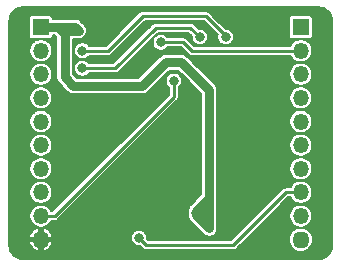
<source format=gbl>
G04 #@! TF.GenerationSoftware,KiCad,Pcbnew,(5.1.5-0-10_14)*
G04 #@! TF.CreationDate,2020-04-11T19:26:15-04:00*
G04 #@! TF.ProjectId,crazyflie-usd-spi3,6372617a-7966-46c6-9965-2d7573642d73,rev?*
G04 #@! TF.SameCoordinates,Original*
G04 #@! TF.FileFunction,Copper,L2,Bot*
G04 #@! TF.FilePolarity,Positive*
%FSLAX46Y46*%
G04 Gerber Fmt 4.6, Leading zero omitted, Abs format (unit mm)*
G04 Created by KiCad (PCBNEW (5.1.5-0-10_14)) date 2020-04-11 19:26:15*
%MOMM*%
%LPD*%
G04 APERTURE LIST*
%ADD10R,1.450000X1.440000*%
%ADD11O,1.350000X1.350000*%
%ADD12O,1.450000X1.440000*%
%ADD13C,0.800000*%
%ADD14C,0.800000*%
%ADD15C,0.250000*%
%ADD16C,0.200000*%
G04 APERTURE END LIST*
D10*
X138500000Y-59000000D03*
D11*
X138500000Y-61000000D03*
X138500000Y-63000000D03*
X138500000Y-65000000D03*
X138500000Y-67000000D03*
X138500000Y-69000000D03*
X138500000Y-71000000D03*
X138500000Y-73000000D03*
X138500000Y-75000000D03*
D12*
X138500000Y-77000000D03*
X160500000Y-77000000D03*
D11*
X160500000Y-75000000D03*
X160500000Y-73000000D03*
X160500000Y-71000000D03*
X160500000Y-69000000D03*
X160500000Y-67000000D03*
X160500000Y-65000000D03*
X160500000Y-63000000D03*
X160500000Y-61000000D03*
D10*
X160500000Y-59000000D03*
D13*
X152750000Y-73450000D03*
X151650000Y-74750000D03*
X152750000Y-76050000D03*
X150850000Y-62450000D03*
X141700000Y-59300000D03*
X151950000Y-59850000D03*
X142000000Y-62500000D03*
X149750000Y-63550000D03*
X142000000Y-61000000D03*
X154150000Y-59850000D03*
X157350000Y-59000000D03*
X154750000Y-59000000D03*
X144200000Y-58050000D03*
X147500000Y-72200000D03*
X148750000Y-70900000D03*
X150000000Y-72200000D03*
X148750000Y-73500000D03*
X154450000Y-70850000D03*
X155700000Y-72150000D03*
X154450000Y-76050000D03*
X155550000Y-74750000D03*
X154450000Y-73450000D03*
X153050000Y-62450000D03*
X153050000Y-59750000D03*
X145450000Y-62950000D03*
X136750000Y-57750000D03*
X162250000Y-57750000D03*
X136750000Y-78250000D03*
X162250000Y-78250000D03*
X151700000Y-64800000D03*
X147450000Y-58800000D03*
X149000000Y-68550000D03*
X142800000Y-74250000D03*
X147750000Y-74800000D03*
X149750000Y-74800000D03*
X148150000Y-64750000D03*
X142900000Y-59600000D03*
X148650000Y-60300000D03*
X146800000Y-76850000D03*
D14*
X151650000Y-74950000D02*
X152750000Y-76050000D01*
X151650000Y-74750000D02*
X151650000Y-74950000D01*
X151650000Y-74550000D02*
X151650000Y-74750000D01*
X152750000Y-73450000D02*
X151650000Y-74550000D01*
X152700000Y-74750000D02*
X152750000Y-74700000D01*
X151650000Y-74750000D02*
X152700000Y-74750000D01*
X152750000Y-74700000D02*
X152750000Y-73450000D01*
X152750000Y-76050000D02*
X152750000Y-74700000D01*
X152750000Y-64350000D02*
X150850000Y-62450000D01*
X152750000Y-73450000D02*
X152750000Y-64350000D01*
X147050000Y-64000000D02*
X141250000Y-64000000D01*
X150400000Y-62000000D02*
X149050000Y-62000000D01*
X139950000Y-59000000D02*
X138500000Y-59000000D01*
X141250000Y-64000000D02*
X140500000Y-63250000D01*
X149050000Y-62000000D02*
X147050000Y-64000000D01*
X140500000Y-59550000D02*
X139950000Y-59000000D01*
X150850000Y-62450000D02*
X150400000Y-62000000D01*
X140500000Y-63250000D02*
X140500000Y-59550000D01*
X140750000Y-59300000D02*
X140500000Y-59550000D01*
X141700000Y-59300000D02*
X140750000Y-59300000D01*
X141400000Y-59000000D02*
X141700000Y-59300000D01*
X139950000Y-59000000D02*
X141400000Y-59000000D01*
D15*
X148250000Y-59050000D02*
X151150000Y-59050000D01*
X144800000Y-62500000D02*
X148250000Y-59050000D01*
X151150000Y-59050000D02*
X151950000Y-59850000D01*
X142000000Y-62500000D02*
X144800000Y-62500000D01*
X139650000Y-75000000D02*
X138500000Y-75000000D01*
X149750000Y-64900000D02*
X139650000Y-75000000D01*
X149750000Y-63550000D02*
X149750000Y-64900000D01*
D14*
X138550000Y-61050000D02*
X138500000Y-61000000D01*
D15*
X144200000Y-61000000D02*
X142000000Y-61000000D01*
X147150000Y-58050000D02*
X144200000Y-61000000D01*
X152450000Y-58050000D02*
X147150000Y-58050000D01*
X154150000Y-59750000D02*
X152450000Y-58050000D01*
X154150000Y-59850000D02*
X154150000Y-59750000D01*
X150550000Y-60300000D02*
X148650000Y-60300000D01*
X151250000Y-61000000D02*
X150550000Y-60300000D01*
X160000000Y-61000000D02*
X151250000Y-61000000D01*
X159250000Y-73000000D02*
X160500000Y-73000000D01*
X154800000Y-77450000D02*
X159250000Y-73000000D01*
X146800000Y-76850000D02*
X147400000Y-77450000D01*
X147400000Y-77450000D02*
X154800000Y-77450000D01*
D16*
G36*
X162227922Y-57348906D02*
G01*
X162447165Y-57415100D01*
X162649370Y-57522614D01*
X162826847Y-57667361D01*
X162972829Y-57843824D01*
X163081754Y-58045276D01*
X163149474Y-58264047D01*
X163175001Y-58506925D01*
X163175000Y-77484104D01*
X163151094Y-77727922D01*
X163084900Y-77947166D01*
X162977386Y-78149370D01*
X162832639Y-78326847D01*
X162656176Y-78472830D01*
X162454727Y-78581753D01*
X162235958Y-78649474D01*
X161993085Y-78675000D01*
X137015896Y-78675000D01*
X136772078Y-78651094D01*
X136552834Y-78584900D01*
X136350630Y-78477386D01*
X136173153Y-78332639D01*
X136027170Y-78156176D01*
X135918247Y-77954727D01*
X135850526Y-77735958D01*
X135825000Y-77493085D01*
X135825000Y-77305982D01*
X137521977Y-77305982D01*
X137593238Y-77475938D01*
X137703416Y-77642718D01*
X137844014Y-77784799D01*
X138009629Y-77896720D01*
X138193897Y-77974181D01*
X138350000Y-77934290D01*
X138350000Y-77150000D01*
X138650000Y-77150000D01*
X138650000Y-77934290D01*
X138806103Y-77974181D01*
X138990371Y-77896720D01*
X139155986Y-77784799D01*
X139296584Y-77642718D01*
X139406762Y-77475938D01*
X139478023Y-77305982D01*
X139438019Y-77150000D01*
X138650000Y-77150000D01*
X138350000Y-77150000D01*
X137561981Y-77150000D01*
X137521977Y-77305982D01*
X135825000Y-77305982D01*
X135825000Y-76694018D01*
X137521977Y-76694018D01*
X137561981Y-76850000D01*
X138350000Y-76850000D01*
X138350000Y-76065710D01*
X138650000Y-76065710D01*
X138650000Y-76850000D01*
X139438019Y-76850000D01*
X139455700Y-76781056D01*
X146100000Y-76781056D01*
X146100000Y-76918944D01*
X146126901Y-77054182D01*
X146179668Y-77181574D01*
X146256274Y-77296224D01*
X146353776Y-77393726D01*
X146468426Y-77470332D01*
X146595818Y-77523099D01*
X146731056Y-77550000D01*
X146868944Y-77550000D01*
X146893979Y-77545020D01*
X147084721Y-77735762D01*
X147098026Y-77751974D01*
X147162740Y-77805084D01*
X147236573Y-77844548D01*
X147292383Y-77861478D01*
X147316685Y-77868850D01*
X147325098Y-77869679D01*
X147379126Y-77875000D01*
X147379132Y-77875000D01*
X147399999Y-77877055D01*
X147420866Y-77875000D01*
X154779133Y-77875000D01*
X154800000Y-77877055D01*
X154820867Y-77875000D01*
X154820874Y-77875000D01*
X154883314Y-77868850D01*
X154963427Y-77844548D01*
X155037260Y-77805084D01*
X155101974Y-77751974D01*
X155115284Y-77735756D01*
X155851040Y-77000000D01*
X159470065Y-77000000D01*
X159489759Y-77199955D01*
X159548084Y-77392226D01*
X159642798Y-77569423D01*
X159770262Y-77724738D01*
X159925577Y-77852202D01*
X160102774Y-77946916D01*
X160295045Y-78005241D01*
X160444894Y-78020000D01*
X160555106Y-78020000D01*
X160704955Y-78005241D01*
X160897226Y-77946916D01*
X161074423Y-77852202D01*
X161229738Y-77724738D01*
X161357202Y-77569423D01*
X161451916Y-77392226D01*
X161510241Y-77199955D01*
X161529935Y-77000000D01*
X161510241Y-76800045D01*
X161451916Y-76607774D01*
X161357202Y-76430577D01*
X161229738Y-76275262D01*
X161074423Y-76147798D01*
X160897226Y-76053084D01*
X160704955Y-75994759D01*
X160555106Y-75980000D01*
X160444894Y-75980000D01*
X160295045Y-75994759D01*
X160102774Y-76053084D01*
X159925577Y-76147798D01*
X159770262Y-76275262D01*
X159642798Y-76430577D01*
X159548084Y-76607774D01*
X159489759Y-76800045D01*
X159470065Y-77000000D01*
X155851040Y-77000000D01*
X157947069Y-74903971D01*
X159525000Y-74903971D01*
X159525000Y-75096029D01*
X159562468Y-75284397D01*
X159635966Y-75461836D01*
X159742668Y-75621527D01*
X159878473Y-75757332D01*
X160038164Y-75864034D01*
X160215603Y-75937532D01*
X160403971Y-75975000D01*
X160596029Y-75975000D01*
X160784397Y-75937532D01*
X160961836Y-75864034D01*
X161121527Y-75757332D01*
X161257332Y-75621527D01*
X161364034Y-75461836D01*
X161437532Y-75284397D01*
X161475000Y-75096029D01*
X161475000Y-74903971D01*
X161437532Y-74715603D01*
X161364034Y-74538164D01*
X161257332Y-74378473D01*
X161121527Y-74242668D01*
X160961836Y-74135966D01*
X160784397Y-74062468D01*
X160596029Y-74025000D01*
X160403971Y-74025000D01*
X160215603Y-74062468D01*
X160038164Y-74135966D01*
X159878473Y-74242668D01*
X159742668Y-74378473D01*
X159635966Y-74538164D01*
X159562468Y-74715603D01*
X159525000Y-74903971D01*
X157947069Y-74903971D01*
X159426041Y-73425000D01*
X159620708Y-73425000D01*
X159635966Y-73461836D01*
X159742668Y-73621527D01*
X159878473Y-73757332D01*
X160038164Y-73864034D01*
X160215603Y-73937532D01*
X160403971Y-73975000D01*
X160596029Y-73975000D01*
X160784397Y-73937532D01*
X160961836Y-73864034D01*
X161121527Y-73757332D01*
X161257332Y-73621527D01*
X161364034Y-73461836D01*
X161437532Y-73284397D01*
X161475000Y-73096029D01*
X161475000Y-72903971D01*
X161437532Y-72715603D01*
X161364034Y-72538164D01*
X161257332Y-72378473D01*
X161121527Y-72242668D01*
X160961836Y-72135966D01*
X160784397Y-72062468D01*
X160596029Y-72025000D01*
X160403971Y-72025000D01*
X160215603Y-72062468D01*
X160038164Y-72135966D01*
X159878473Y-72242668D01*
X159742668Y-72378473D01*
X159635966Y-72538164D01*
X159620708Y-72575000D01*
X159270866Y-72575000D01*
X159249999Y-72572945D01*
X159229132Y-72575000D01*
X159229126Y-72575000D01*
X159175098Y-72580321D01*
X159166685Y-72581150D01*
X159142383Y-72588522D01*
X159086573Y-72605452D01*
X159012740Y-72644916D01*
X158948026Y-72698026D01*
X158934721Y-72714238D01*
X154623960Y-77025000D01*
X147576041Y-77025000D01*
X147495020Y-76943979D01*
X147500000Y-76918944D01*
X147500000Y-76781056D01*
X147473099Y-76645818D01*
X147420332Y-76518426D01*
X147343726Y-76403776D01*
X147246224Y-76306274D01*
X147131574Y-76229668D01*
X147004182Y-76176901D01*
X146868944Y-76150000D01*
X146731056Y-76150000D01*
X146595818Y-76176901D01*
X146468426Y-76229668D01*
X146353776Y-76306274D01*
X146256274Y-76403776D01*
X146179668Y-76518426D01*
X146126901Y-76645818D01*
X146100000Y-76781056D01*
X139455700Y-76781056D01*
X139478023Y-76694018D01*
X139406762Y-76524062D01*
X139296584Y-76357282D01*
X139155986Y-76215201D01*
X138990371Y-76103280D01*
X138806103Y-76025819D01*
X138650000Y-76065710D01*
X138350000Y-76065710D01*
X138193897Y-76025819D01*
X138009629Y-76103280D01*
X137844014Y-76215201D01*
X137703416Y-76357282D01*
X137593238Y-76524062D01*
X137521977Y-76694018D01*
X135825000Y-76694018D01*
X135825000Y-74903971D01*
X137525000Y-74903971D01*
X137525000Y-75096029D01*
X137562468Y-75284397D01*
X137635966Y-75461836D01*
X137742668Y-75621527D01*
X137878473Y-75757332D01*
X138038164Y-75864034D01*
X138215603Y-75937532D01*
X138403971Y-75975000D01*
X138596029Y-75975000D01*
X138784397Y-75937532D01*
X138961836Y-75864034D01*
X139121527Y-75757332D01*
X139257332Y-75621527D01*
X139364034Y-75461836D01*
X139379292Y-75425000D01*
X139629133Y-75425000D01*
X139650000Y-75427055D01*
X139670867Y-75425000D01*
X139670874Y-75425000D01*
X139733314Y-75418850D01*
X139813427Y-75394548D01*
X139887260Y-75355084D01*
X139951974Y-75301974D01*
X139965284Y-75285756D01*
X150035762Y-65215279D01*
X150051974Y-65201974D01*
X150105084Y-65137260D01*
X150144548Y-65063427D01*
X150168850Y-64983314D01*
X150175000Y-64920874D01*
X150175000Y-64920867D01*
X150177055Y-64900000D01*
X150175000Y-64879133D01*
X150175000Y-64107907D01*
X150196224Y-64093726D01*
X150293726Y-63996224D01*
X150370332Y-63881574D01*
X150423099Y-63754182D01*
X150450000Y-63618944D01*
X150450000Y-63481056D01*
X150423099Y-63345818D01*
X150370332Y-63218426D01*
X150293726Y-63103776D01*
X150196224Y-63006274D01*
X150081574Y-62929668D01*
X149954182Y-62876901D01*
X149818944Y-62850000D01*
X149681056Y-62850000D01*
X149545818Y-62876901D01*
X149418426Y-62929668D01*
X149303776Y-63006274D01*
X149206274Y-63103776D01*
X149129668Y-63218426D01*
X149076901Y-63345818D01*
X149050000Y-63481056D01*
X149050000Y-63618944D01*
X149076901Y-63754182D01*
X149129668Y-63881574D01*
X149206274Y-63996224D01*
X149303776Y-64093726D01*
X149325000Y-64107908D01*
X149325001Y-64723958D01*
X139473960Y-74575000D01*
X139379292Y-74575000D01*
X139364034Y-74538164D01*
X139257332Y-74378473D01*
X139121527Y-74242668D01*
X138961836Y-74135966D01*
X138784397Y-74062468D01*
X138596029Y-74025000D01*
X138403971Y-74025000D01*
X138215603Y-74062468D01*
X138038164Y-74135966D01*
X137878473Y-74242668D01*
X137742668Y-74378473D01*
X137635966Y-74538164D01*
X137562468Y-74715603D01*
X137525000Y-74903971D01*
X135825000Y-74903971D01*
X135825000Y-72903971D01*
X137525000Y-72903971D01*
X137525000Y-73096029D01*
X137562468Y-73284397D01*
X137635966Y-73461836D01*
X137742668Y-73621527D01*
X137878473Y-73757332D01*
X138038164Y-73864034D01*
X138215603Y-73937532D01*
X138403971Y-73975000D01*
X138596029Y-73975000D01*
X138784397Y-73937532D01*
X138961836Y-73864034D01*
X139121527Y-73757332D01*
X139257332Y-73621527D01*
X139364034Y-73461836D01*
X139437532Y-73284397D01*
X139475000Y-73096029D01*
X139475000Y-72903971D01*
X139437532Y-72715603D01*
X139364034Y-72538164D01*
X139257332Y-72378473D01*
X139121527Y-72242668D01*
X138961836Y-72135966D01*
X138784397Y-72062468D01*
X138596029Y-72025000D01*
X138403971Y-72025000D01*
X138215603Y-72062468D01*
X138038164Y-72135966D01*
X137878473Y-72242668D01*
X137742668Y-72378473D01*
X137635966Y-72538164D01*
X137562468Y-72715603D01*
X137525000Y-72903971D01*
X135825000Y-72903971D01*
X135825000Y-70903971D01*
X137525000Y-70903971D01*
X137525000Y-71096029D01*
X137562468Y-71284397D01*
X137635966Y-71461836D01*
X137742668Y-71621527D01*
X137878473Y-71757332D01*
X138038164Y-71864034D01*
X138215603Y-71937532D01*
X138403971Y-71975000D01*
X138596029Y-71975000D01*
X138784397Y-71937532D01*
X138961836Y-71864034D01*
X139121527Y-71757332D01*
X139257332Y-71621527D01*
X139364034Y-71461836D01*
X139437532Y-71284397D01*
X139475000Y-71096029D01*
X139475000Y-70903971D01*
X139437532Y-70715603D01*
X139364034Y-70538164D01*
X139257332Y-70378473D01*
X139121527Y-70242668D01*
X138961836Y-70135966D01*
X138784397Y-70062468D01*
X138596029Y-70025000D01*
X138403971Y-70025000D01*
X138215603Y-70062468D01*
X138038164Y-70135966D01*
X137878473Y-70242668D01*
X137742668Y-70378473D01*
X137635966Y-70538164D01*
X137562468Y-70715603D01*
X137525000Y-70903971D01*
X135825000Y-70903971D01*
X135825000Y-68903971D01*
X137525000Y-68903971D01*
X137525000Y-69096029D01*
X137562468Y-69284397D01*
X137635966Y-69461836D01*
X137742668Y-69621527D01*
X137878473Y-69757332D01*
X138038164Y-69864034D01*
X138215603Y-69937532D01*
X138403971Y-69975000D01*
X138596029Y-69975000D01*
X138784397Y-69937532D01*
X138961836Y-69864034D01*
X139121527Y-69757332D01*
X139257332Y-69621527D01*
X139364034Y-69461836D01*
X139437532Y-69284397D01*
X139475000Y-69096029D01*
X139475000Y-68903971D01*
X139437532Y-68715603D01*
X139364034Y-68538164D01*
X139257332Y-68378473D01*
X139121527Y-68242668D01*
X138961836Y-68135966D01*
X138784397Y-68062468D01*
X138596029Y-68025000D01*
X138403971Y-68025000D01*
X138215603Y-68062468D01*
X138038164Y-68135966D01*
X137878473Y-68242668D01*
X137742668Y-68378473D01*
X137635966Y-68538164D01*
X137562468Y-68715603D01*
X137525000Y-68903971D01*
X135825000Y-68903971D01*
X135825000Y-66903971D01*
X137525000Y-66903971D01*
X137525000Y-67096029D01*
X137562468Y-67284397D01*
X137635966Y-67461836D01*
X137742668Y-67621527D01*
X137878473Y-67757332D01*
X138038164Y-67864034D01*
X138215603Y-67937532D01*
X138403971Y-67975000D01*
X138596029Y-67975000D01*
X138784397Y-67937532D01*
X138961836Y-67864034D01*
X139121527Y-67757332D01*
X139257332Y-67621527D01*
X139364034Y-67461836D01*
X139437532Y-67284397D01*
X139475000Y-67096029D01*
X139475000Y-66903971D01*
X139437532Y-66715603D01*
X139364034Y-66538164D01*
X139257332Y-66378473D01*
X139121527Y-66242668D01*
X138961836Y-66135966D01*
X138784397Y-66062468D01*
X138596029Y-66025000D01*
X138403971Y-66025000D01*
X138215603Y-66062468D01*
X138038164Y-66135966D01*
X137878473Y-66242668D01*
X137742668Y-66378473D01*
X137635966Y-66538164D01*
X137562468Y-66715603D01*
X137525000Y-66903971D01*
X135825000Y-66903971D01*
X135825000Y-64903971D01*
X137525000Y-64903971D01*
X137525000Y-65096029D01*
X137562468Y-65284397D01*
X137635966Y-65461836D01*
X137742668Y-65621527D01*
X137878473Y-65757332D01*
X138038164Y-65864034D01*
X138215603Y-65937532D01*
X138403971Y-65975000D01*
X138596029Y-65975000D01*
X138784397Y-65937532D01*
X138961836Y-65864034D01*
X139121527Y-65757332D01*
X139257332Y-65621527D01*
X139364034Y-65461836D01*
X139437532Y-65284397D01*
X139475000Y-65096029D01*
X139475000Y-64903971D01*
X139437532Y-64715603D01*
X139364034Y-64538164D01*
X139257332Y-64378473D01*
X139121527Y-64242668D01*
X138961836Y-64135966D01*
X138784397Y-64062468D01*
X138596029Y-64025000D01*
X138403971Y-64025000D01*
X138215603Y-64062468D01*
X138038164Y-64135966D01*
X137878473Y-64242668D01*
X137742668Y-64378473D01*
X137635966Y-64538164D01*
X137562468Y-64715603D01*
X137525000Y-64903971D01*
X135825000Y-64903971D01*
X135825000Y-62903971D01*
X137525000Y-62903971D01*
X137525000Y-63096029D01*
X137562468Y-63284397D01*
X137635966Y-63461836D01*
X137742668Y-63621527D01*
X137878473Y-63757332D01*
X138038164Y-63864034D01*
X138215603Y-63937532D01*
X138403971Y-63975000D01*
X138596029Y-63975000D01*
X138784397Y-63937532D01*
X138961836Y-63864034D01*
X139121527Y-63757332D01*
X139257332Y-63621527D01*
X139364034Y-63461836D01*
X139437532Y-63284397D01*
X139475000Y-63096029D01*
X139475000Y-62903971D01*
X139437532Y-62715603D01*
X139364034Y-62538164D01*
X139257332Y-62378473D01*
X139121527Y-62242668D01*
X138961836Y-62135966D01*
X138784397Y-62062468D01*
X138596029Y-62025000D01*
X138403971Y-62025000D01*
X138215603Y-62062468D01*
X138038164Y-62135966D01*
X137878473Y-62242668D01*
X137742668Y-62378473D01*
X137635966Y-62538164D01*
X137562468Y-62715603D01*
X137525000Y-62903971D01*
X135825000Y-62903971D01*
X135825000Y-60903971D01*
X137525000Y-60903971D01*
X137525000Y-61096029D01*
X137562468Y-61284397D01*
X137635966Y-61461836D01*
X137742668Y-61621527D01*
X137878473Y-61757332D01*
X138038164Y-61864034D01*
X138215603Y-61937532D01*
X138403971Y-61975000D01*
X138596029Y-61975000D01*
X138784397Y-61937532D01*
X138961836Y-61864034D01*
X139121527Y-61757332D01*
X139257332Y-61621527D01*
X139364034Y-61461836D01*
X139437532Y-61284397D01*
X139475000Y-61096029D01*
X139475000Y-60903971D01*
X139437532Y-60715603D01*
X139364034Y-60538164D01*
X139257332Y-60378473D01*
X139121527Y-60242668D01*
X138961836Y-60135966D01*
X138784397Y-60062468D01*
X138596029Y-60025000D01*
X138403971Y-60025000D01*
X138215603Y-60062468D01*
X138038164Y-60135966D01*
X137878473Y-60242668D01*
X137742668Y-60378473D01*
X137635966Y-60538164D01*
X137562468Y-60715603D01*
X137525000Y-60903971D01*
X135825000Y-60903971D01*
X135825000Y-58515896D01*
X135848129Y-58280000D01*
X137473549Y-58280000D01*
X137473549Y-59720000D01*
X137479341Y-59778810D01*
X137496496Y-59835360D01*
X137524353Y-59887477D01*
X137561842Y-59933158D01*
X137607523Y-59970647D01*
X137659640Y-59998504D01*
X137716190Y-60015659D01*
X137775000Y-60021451D01*
X139225000Y-60021451D01*
X139283810Y-60015659D01*
X139340360Y-59998504D01*
X139392477Y-59970647D01*
X139438158Y-59933158D01*
X139475647Y-59887477D01*
X139503504Y-59835360D01*
X139520659Y-59778810D01*
X139526451Y-59720000D01*
X139526451Y-59700000D01*
X139660051Y-59700000D01*
X139800001Y-59839950D01*
X139800000Y-63215613D01*
X139796613Y-63250000D01*
X139800000Y-63284387D01*
X139800000Y-63284389D01*
X139810128Y-63387223D01*
X139850155Y-63519174D01*
X139915155Y-63640781D01*
X139980708Y-63720657D01*
X140002630Y-63747369D01*
X140029342Y-63769291D01*
X140730708Y-64470658D01*
X140752630Y-64497370D01*
X140779341Y-64519291D01*
X140779342Y-64519292D01*
X140859218Y-64584845D01*
X140980825Y-64649845D01*
X141112776Y-64689872D01*
X141215610Y-64700000D01*
X141215612Y-64700000D01*
X141249999Y-64703387D01*
X141284386Y-64700000D01*
X147015613Y-64700000D01*
X147050000Y-64703387D01*
X147084387Y-64700000D01*
X147084390Y-64700000D01*
X147187224Y-64689872D01*
X147319175Y-64649845D01*
X147440781Y-64584845D01*
X147547370Y-64497370D01*
X147569296Y-64470653D01*
X149339950Y-62700000D01*
X150110051Y-62700000D01*
X150306272Y-62896221D01*
X150306274Y-62896224D01*
X150403776Y-62993726D01*
X150403779Y-62993728D01*
X152050001Y-64639951D01*
X152050000Y-73160050D01*
X151179343Y-74030708D01*
X151152630Y-74052631D01*
X151130709Y-74079342D01*
X151130708Y-74079343D01*
X151065155Y-74159219D01*
X151011218Y-74260129D01*
X151000155Y-74280826D01*
X150960128Y-74412777D01*
X150953426Y-74480826D01*
X150946613Y-74550000D01*
X150950000Y-74584387D01*
X150950000Y-74715610D01*
X150946613Y-74750000D01*
X150950000Y-74784389D01*
X150950000Y-74915613D01*
X150946613Y-74950000D01*
X150950000Y-74984387D01*
X150950000Y-74984390D01*
X150960128Y-75087224D01*
X151000155Y-75219175D01*
X151065155Y-75340781D01*
X151152631Y-75447370D01*
X151179342Y-75469291D01*
X152206274Y-76496224D01*
X152230713Y-76520663D01*
X152252630Y-76547369D01*
X152279337Y-76569287D01*
X152303776Y-76593726D01*
X152332504Y-76612921D01*
X152359218Y-76634845D01*
X152389699Y-76651137D01*
X152418426Y-76670332D01*
X152450346Y-76683554D01*
X152480825Y-76699845D01*
X152513900Y-76709878D01*
X152545818Y-76723099D01*
X152579702Y-76729839D01*
X152612776Y-76739872D01*
X152647169Y-76743259D01*
X152681056Y-76750000D01*
X152715610Y-76750000D01*
X152750000Y-76753387D01*
X152784390Y-76750000D01*
X152818944Y-76750000D01*
X152852832Y-76743259D01*
X152887223Y-76739872D01*
X152920295Y-76729840D01*
X152954182Y-76723099D01*
X152986103Y-76709877D01*
X153019174Y-76699845D01*
X153049650Y-76683555D01*
X153081574Y-76670332D01*
X153110305Y-76651135D01*
X153140781Y-76634845D01*
X153167489Y-76612926D01*
X153196224Y-76593726D01*
X153220663Y-76569287D01*
X153247369Y-76547370D01*
X153269287Y-76520663D01*
X153293726Y-76496224D01*
X153312925Y-76467490D01*
X153334845Y-76440781D01*
X153351135Y-76410304D01*
X153370332Y-76381574D01*
X153383554Y-76349654D01*
X153399845Y-76319175D01*
X153409878Y-76286100D01*
X153423099Y-76254182D01*
X153429839Y-76220298D01*
X153439872Y-76187224D01*
X153443259Y-76152831D01*
X153450000Y-76118944D01*
X153450000Y-76084387D01*
X153453387Y-76050000D01*
X153450000Y-76015613D01*
X153450000Y-74734387D01*
X153453387Y-74700000D01*
X153450000Y-74665610D01*
X153450000Y-73484387D01*
X153453387Y-73450000D01*
X153450000Y-73415610D01*
X153450000Y-70903971D01*
X159525000Y-70903971D01*
X159525000Y-71096029D01*
X159562468Y-71284397D01*
X159635966Y-71461836D01*
X159742668Y-71621527D01*
X159878473Y-71757332D01*
X160038164Y-71864034D01*
X160215603Y-71937532D01*
X160403971Y-71975000D01*
X160596029Y-71975000D01*
X160784397Y-71937532D01*
X160961836Y-71864034D01*
X161121527Y-71757332D01*
X161257332Y-71621527D01*
X161364034Y-71461836D01*
X161437532Y-71284397D01*
X161475000Y-71096029D01*
X161475000Y-70903971D01*
X161437532Y-70715603D01*
X161364034Y-70538164D01*
X161257332Y-70378473D01*
X161121527Y-70242668D01*
X160961836Y-70135966D01*
X160784397Y-70062468D01*
X160596029Y-70025000D01*
X160403971Y-70025000D01*
X160215603Y-70062468D01*
X160038164Y-70135966D01*
X159878473Y-70242668D01*
X159742668Y-70378473D01*
X159635966Y-70538164D01*
X159562468Y-70715603D01*
X159525000Y-70903971D01*
X153450000Y-70903971D01*
X153450000Y-68903971D01*
X159525000Y-68903971D01*
X159525000Y-69096029D01*
X159562468Y-69284397D01*
X159635966Y-69461836D01*
X159742668Y-69621527D01*
X159878473Y-69757332D01*
X160038164Y-69864034D01*
X160215603Y-69937532D01*
X160403971Y-69975000D01*
X160596029Y-69975000D01*
X160784397Y-69937532D01*
X160961836Y-69864034D01*
X161121527Y-69757332D01*
X161257332Y-69621527D01*
X161364034Y-69461836D01*
X161437532Y-69284397D01*
X161475000Y-69096029D01*
X161475000Y-68903971D01*
X161437532Y-68715603D01*
X161364034Y-68538164D01*
X161257332Y-68378473D01*
X161121527Y-68242668D01*
X160961836Y-68135966D01*
X160784397Y-68062468D01*
X160596029Y-68025000D01*
X160403971Y-68025000D01*
X160215603Y-68062468D01*
X160038164Y-68135966D01*
X159878473Y-68242668D01*
X159742668Y-68378473D01*
X159635966Y-68538164D01*
X159562468Y-68715603D01*
X159525000Y-68903971D01*
X153450000Y-68903971D01*
X153450000Y-66903971D01*
X159525000Y-66903971D01*
X159525000Y-67096029D01*
X159562468Y-67284397D01*
X159635966Y-67461836D01*
X159742668Y-67621527D01*
X159878473Y-67757332D01*
X160038164Y-67864034D01*
X160215603Y-67937532D01*
X160403971Y-67975000D01*
X160596029Y-67975000D01*
X160784397Y-67937532D01*
X160961836Y-67864034D01*
X161121527Y-67757332D01*
X161257332Y-67621527D01*
X161364034Y-67461836D01*
X161437532Y-67284397D01*
X161475000Y-67096029D01*
X161475000Y-66903971D01*
X161437532Y-66715603D01*
X161364034Y-66538164D01*
X161257332Y-66378473D01*
X161121527Y-66242668D01*
X160961836Y-66135966D01*
X160784397Y-66062468D01*
X160596029Y-66025000D01*
X160403971Y-66025000D01*
X160215603Y-66062468D01*
X160038164Y-66135966D01*
X159878473Y-66242668D01*
X159742668Y-66378473D01*
X159635966Y-66538164D01*
X159562468Y-66715603D01*
X159525000Y-66903971D01*
X153450000Y-66903971D01*
X153450000Y-64903971D01*
X159525000Y-64903971D01*
X159525000Y-65096029D01*
X159562468Y-65284397D01*
X159635966Y-65461836D01*
X159742668Y-65621527D01*
X159878473Y-65757332D01*
X160038164Y-65864034D01*
X160215603Y-65937532D01*
X160403971Y-65975000D01*
X160596029Y-65975000D01*
X160784397Y-65937532D01*
X160961836Y-65864034D01*
X161121527Y-65757332D01*
X161257332Y-65621527D01*
X161364034Y-65461836D01*
X161437532Y-65284397D01*
X161475000Y-65096029D01*
X161475000Y-64903971D01*
X161437532Y-64715603D01*
X161364034Y-64538164D01*
X161257332Y-64378473D01*
X161121527Y-64242668D01*
X160961836Y-64135966D01*
X160784397Y-64062468D01*
X160596029Y-64025000D01*
X160403971Y-64025000D01*
X160215603Y-64062468D01*
X160038164Y-64135966D01*
X159878473Y-64242668D01*
X159742668Y-64378473D01*
X159635966Y-64538164D01*
X159562468Y-64715603D01*
X159525000Y-64903971D01*
X153450000Y-64903971D01*
X153450000Y-64384387D01*
X153453387Y-64350000D01*
X153450000Y-64315610D01*
X153439872Y-64212776D01*
X153399845Y-64080825D01*
X153334845Y-63959219D01*
X153247370Y-63852630D01*
X153220658Y-63830709D01*
X152293920Y-62903971D01*
X159525000Y-62903971D01*
X159525000Y-63096029D01*
X159562468Y-63284397D01*
X159635966Y-63461836D01*
X159742668Y-63621527D01*
X159878473Y-63757332D01*
X160038164Y-63864034D01*
X160215603Y-63937532D01*
X160403971Y-63975000D01*
X160596029Y-63975000D01*
X160784397Y-63937532D01*
X160961836Y-63864034D01*
X161121527Y-63757332D01*
X161257332Y-63621527D01*
X161364034Y-63461836D01*
X161437532Y-63284397D01*
X161475000Y-63096029D01*
X161475000Y-62903971D01*
X161437532Y-62715603D01*
X161364034Y-62538164D01*
X161257332Y-62378473D01*
X161121527Y-62242668D01*
X160961836Y-62135966D01*
X160784397Y-62062468D01*
X160596029Y-62025000D01*
X160403971Y-62025000D01*
X160215603Y-62062468D01*
X160038164Y-62135966D01*
X159878473Y-62242668D01*
X159742668Y-62378473D01*
X159635966Y-62538164D01*
X159562468Y-62715603D01*
X159525000Y-62903971D01*
X152293920Y-62903971D01*
X151393728Y-62003779D01*
X151393726Y-62003776D01*
X151296224Y-61906274D01*
X151296221Y-61906272D01*
X150919296Y-61529347D01*
X150897370Y-61502630D01*
X150790781Y-61415155D01*
X150669175Y-61350155D01*
X150537224Y-61310128D01*
X150434390Y-61300000D01*
X150434387Y-61300000D01*
X150400000Y-61296613D01*
X150365613Y-61300000D01*
X149084386Y-61300000D01*
X149049999Y-61296613D01*
X149015612Y-61300000D01*
X149015610Y-61300000D01*
X148912776Y-61310128D01*
X148780825Y-61350155D01*
X148659218Y-61415155D01*
X148591589Y-61470657D01*
X148552630Y-61502630D01*
X148530709Y-61529342D01*
X146760051Y-63300000D01*
X141539950Y-63300000D01*
X141200000Y-62960051D01*
X141200000Y-62431056D01*
X141300000Y-62431056D01*
X141300000Y-62568944D01*
X141326901Y-62704182D01*
X141379668Y-62831574D01*
X141456274Y-62946224D01*
X141553776Y-63043726D01*
X141668426Y-63120332D01*
X141795818Y-63173099D01*
X141931056Y-63200000D01*
X142068944Y-63200000D01*
X142204182Y-63173099D01*
X142331574Y-63120332D01*
X142446224Y-63043726D01*
X142543726Y-62946224D01*
X142557907Y-62925000D01*
X144779133Y-62925000D01*
X144800000Y-62927055D01*
X144820867Y-62925000D01*
X144820874Y-62925000D01*
X144883314Y-62918850D01*
X144963427Y-62894548D01*
X145037260Y-62855084D01*
X145101974Y-62801974D01*
X145115283Y-62785757D01*
X147669984Y-60231056D01*
X147950000Y-60231056D01*
X147950000Y-60368944D01*
X147976901Y-60504182D01*
X148029668Y-60631574D01*
X148106274Y-60746224D01*
X148203776Y-60843726D01*
X148318426Y-60920332D01*
X148445818Y-60973099D01*
X148581056Y-61000000D01*
X148718944Y-61000000D01*
X148854182Y-60973099D01*
X148981574Y-60920332D01*
X149096224Y-60843726D01*
X149193726Y-60746224D01*
X149207907Y-60725000D01*
X150373960Y-60725000D01*
X150934721Y-61285762D01*
X150948026Y-61301974D01*
X151012740Y-61355084D01*
X151086573Y-61394548D01*
X151142383Y-61411478D01*
X151166685Y-61418850D01*
X151175098Y-61419679D01*
X151229126Y-61425000D01*
X151229132Y-61425000D01*
X151249999Y-61427055D01*
X151270866Y-61425000D01*
X159620708Y-61425000D01*
X159635966Y-61461836D01*
X159742668Y-61621527D01*
X159878473Y-61757332D01*
X160038164Y-61864034D01*
X160215603Y-61937532D01*
X160403971Y-61975000D01*
X160596029Y-61975000D01*
X160784397Y-61937532D01*
X160961836Y-61864034D01*
X161121527Y-61757332D01*
X161257332Y-61621527D01*
X161364034Y-61461836D01*
X161437532Y-61284397D01*
X161475000Y-61096029D01*
X161475000Y-60903971D01*
X161437532Y-60715603D01*
X161364034Y-60538164D01*
X161257332Y-60378473D01*
X161121527Y-60242668D01*
X160961836Y-60135966D01*
X160784397Y-60062468D01*
X160596029Y-60025000D01*
X160403971Y-60025000D01*
X160215603Y-60062468D01*
X160038164Y-60135966D01*
X159878473Y-60242668D01*
X159742668Y-60378473D01*
X159635966Y-60538164D01*
X159620708Y-60575000D01*
X151426041Y-60575000D01*
X150865283Y-60014243D01*
X150851974Y-59998026D01*
X150787260Y-59944916D01*
X150713427Y-59905452D01*
X150633314Y-59881150D01*
X150570874Y-59875000D01*
X150570867Y-59875000D01*
X150550000Y-59872945D01*
X150529133Y-59875000D01*
X149207907Y-59875000D01*
X149193726Y-59853776D01*
X149096224Y-59756274D01*
X148981574Y-59679668D01*
X148854182Y-59626901D01*
X148718944Y-59600000D01*
X148581056Y-59600000D01*
X148445818Y-59626901D01*
X148318426Y-59679668D01*
X148203776Y-59756274D01*
X148106274Y-59853776D01*
X148029668Y-59968426D01*
X147976901Y-60095818D01*
X147950000Y-60231056D01*
X147669984Y-60231056D01*
X148426041Y-59475000D01*
X150973960Y-59475000D01*
X151254980Y-59756020D01*
X151250000Y-59781056D01*
X151250000Y-59918944D01*
X151276901Y-60054182D01*
X151329668Y-60181574D01*
X151406274Y-60296224D01*
X151503776Y-60393726D01*
X151618426Y-60470332D01*
X151745818Y-60523099D01*
X151881056Y-60550000D01*
X152018944Y-60550000D01*
X152154182Y-60523099D01*
X152281574Y-60470332D01*
X152396224Y-60393726D01*
X152493726Y-60296224D01*
X152570332Y-60181574D01*
X152623099Y-60054182D01*
X152650000Y-59918944D01*
X152650000Y-59781056D01*
X152623099Y-59645818D01*
X152570332Y-59518426D01*
X152493726Y-59403776D01*
X152396224Y-59306274D01*
X152281574Y-59229668D01*
X152154182Y-59176901D01*
X152018944Y-59150000D01*
X151881056Y-59150000D01*
X151856020Y-59154980D01*
X151465283Y-58764243D01*
X151451974Y-58748026D01*
X151387260Y-58694916D01*
X151313427Y-58655452D01*
X151233314Y-58631150D01*
X151170874Y-58625000D01*
X151170867Y-58625000D01*
X151150000Y-58622945D01*
X151129133Y-58625000D01*
X148270867Y-58625000D01*
X148250000Y-58622945D01*
X148229133Y-58625000D01*
X148229126Y-58625000D01*
X148174327Y-58630397D01*
X148166685Y-58631150D01*
X148086572Y-58655452D01*
X148060855Y-58669199D01*
X148012740Y-58694916D01*
X147948026Y-58748026D01*
X147934721Y-58764238D01*
X144623960Y-62075000D01*
X142557907Y-62075000D01*
X142543726Y-62053776D01*
X142446224Y-61956274D01*
X142331574Y-61879668D01*
X142204182Y-61826901D01*
X142068944Y-61800000D01*
X141931056Y-61800000D01*
X141795818Y-61826901D01*
X141668426Y-61879668D01*
X141553776Y-61956274D01*
X141456274Y-62053776D01*
X141379668Y-62168426D01*
X141326901Y-62295818D01*
X141300000Y-62431056D01*
X141200000Y-62431056D01*
X141200000Y-60931056D01*
X141300000Y-60931056D01*
X141300000Y-61068944D01*
X141326901Y-61204182D01*
X141379668Y-61331574D01*
X141456274Y-61446224D01*
X141553776Y-61543726D01*
X141668426Y-61620332D01*
X141795818Y-61673099D01*
X141931056Y-61700000D01*
X142068944Y-61700000D01*
X142204182Y-61673099D01*
X142331574Y-61620332D01*
X142446224Y-61543726D01*
X142543726Y-61446224D01*
X142557907Y-61425000D01*
X144179133Y-61425000D01*
X144200000Y-61427055D01*
X144220867Y-61425000D01*
X144220874Y-61425000D01*
X144283314Y-61418850D01*
X144363427Y-61394548D01*
X144437260Y-61355084D01*
X144501974Y-61301974D01*
X144515283Y-61285757D01*
X147326041Y-58475000D01*
X152273960Y-58475000D01*
X153471571Y-59672612D01*
X153450000Y-59781056D01*
X153450000Y-59918944D01*
X153476901Y-60054182D01*
X153529668Y-60181574D01*
X153606274Y-60296224D01*
X153703776Y-60393726D01*
X153818426Y-60470332D01*
X153945818Y-60523099D01*
X154081056Y-60550000D01*
X154218944Y-60550000D01*
X154354182Y-60523099D01*
X154481574Y-60470332D01*
X154596224Y-60393726D01*
X154693726Y-60296224D01*
X154770332Y-60181574D01*
X154823099Y-60054182D01*
X154850000Y-59918944D01*
X154850000Y-59781056D01*
X154823099Y-59645818D01*
X154770332Y-59518426D01*
X154693726Y-59403776D01*
X154596224Y-59306274D01*
X154481574Y-59229668D01*
X154354182Y-59176901D01*
X154218944Y-59150000D01*
X154151041Y-59150000D01*
X153281041Y-58280000D01*
X159473549Y-58280000D01*
X159473549Y-59720000D01*
X159479341Y-59778810D01*
X159496496Y-59835360D01*
X159524353Y-59887477D01*
X159561842Y-59933158D01*
X159607523Y-59970647D01*
X159659640Y-59998504D01*
X159716190Y-60015659D01*
X159775000Y-60021451D01*
X161225000Y-60021451D01*
X161283810Y-60015659D01*
X161340360Y-59998504D01*
X161392477Y-59970647D01*
X161438158Y-59933158D01*
X161475647Y-59887477D01*
X161503504Y-59835360D01*
X161520659Y-59778810D01*
X161526451Y-59720000D01*
X161526451Y-58280000D01*
X161520659Y-58221190D01*
X161503504Y-58164640D01*
X161475647Y-58112523D01*
X161438158Y-58066842D01*
X161392477Y-58029353D01*
X161340360Y-58001496D01*
X161283810Y-57984341D01*
X161225000Y-57978549D01*
X159775000Y-57978549D01*
X159716190Y-57984341D01*
X159659640Y-58001496D01*
X159607523Y-58029353D01*
X159561842Y-58066842D01*
X159524353Y-58112523D01*
X159496496Y-58164640D01*
X159479341Y-58221190D01*
X159473549Y-58280000D01*
X153281041Y-58280000D01*
X152765283Y-57764243D01*
X152751974Y-57748026D01*
X152687260Y-57694916D01*
X152613427Y-57655452D01*
X152533314Y-57631150D01*
X152470874Y-57625000D01*
X152470867Y-57625000D01*
X152450000Y-57622945D01*
X152429133Y-57625000D01*
X147170866Y-57625000D01*
X147149999Y-57622945D01*
X147129132Y-57625000D01*
X147129126Y-57625000D01*
X147075098Y-57630321D01*
X147066685Y-57631150D01*
X147064645Y-57631769D01*
X146986573Y-57655452D01*
X146912740Y-57694916D01*
X146848026Y-57748026D01*
X146834721Y-57764238D01*
X144023960Y-60575000D01*
X142557907Y-60575000D01*
X142543726Y-60553776D01*
X142446224Y-60456274D01*
X142331574Y-60379668D01*
X142204182Y-60326901D01*
X142068944Y-60300000D01*
X141931056Y-60300000D01*
X141795818Y-60326901D01*
X141668426Y-60379668D01*
X141553776Y-60456274D01*
X141456274Y-60553776D01*
X141379668Y-60668426D01*
X141326901Y-60795818D01*
X141300000Y-60931056D01*
X141200000Y-60931056D01*
X141200000Y-60000000D01*
X141665612Y-60000000D01*
X141699999Y-60003387D01*
X141734386Y-60000000D01*
X141768944Y-60000000D01*
X141802831Y-59993259D01*
X141837224Y-59989872D01*
X141870298Y-59979839D01*
X141904182Y-59973099D01*
X141936100Y-59959878D01*
X141969175Y-59949845D01*
X141999654Y-59933554D01*
X142031574Y-59920332D01*
X142060304Y-59901135D01*
X142090781Y-59884845D01*
X142117492Y-59862924D01*
X142146224Y-59843726D01*
X142170659Y-59819291D01*
X142197370Y-59797370D01*
X142219293Y-59770657D01*
X142243726Y-59746224D01*
X142262924Y-59717492D01*
X142284845Y-59690781D01*
X142301135Y-59660304D01*
X142320332Y-59631574D01*
X142333554Y-59599654D01*
X142349845Y-59569175D01*
X142359878Y-59536100D01*
X142373099Y-59504182D01*
X142379839Y-59470298D01*
X142389872Y-59437224D01*
X142393259Y-59402831D01*
X142400000Y-59368944D01*
X142400000Y-59334390D01*
X142403387Y-59300000D01*
X142400000Y-59265610D01*
X142400000Y-59231056D01*
X142393259Y-59197169D01*
X142389872Y-59162776D01*
X142379839Y-59129702D01*
X142373099Y-59095818D01*
X142359878Y-59063900D01*
X142349845Y-59030825D01*
X142333554Y-59000346D01*
X142320332Y-58968426D01*
X142301135Y-58939696D01*
X142284845Y-58909219D01*
X142262924Y-58882508D01*
X142243726Y-58853776D01*
X142219291Y-58829341D01*
X142197370Y-58802630D01*
X142170659Y-58780709D01*
X142146224Y-58756274D01*
X142146221Y-58756272D01*
X141919296Y-58529347D01*
X141897370Y-58502630D01*
X141790781Y-58415155D01*
X141669175Y-58350155D01*
X141537224Y-58310128D01*
X141434390Y-58300000D01*
X141434387Y-58300000D01*
X141400000Y-58296613D01*
X141365613Y-58300000D01*
X139984387Y-58300000D01*
X139950000Y-58296613D01*
X139915613Y-58300000D01*
X139526451Y-58300000D01*
X139526451Y-58280000D01*
X139520659Y-58221190D01*
X139503504Y-58164640D01*
X139475647Y-58112523D01*
X139438158Y-58066842D01*
X139392477Y-58029353D01*
X139340360Y-58001496D01*
X139283810Y-57984341D01*
X139225000Y-57978549D01*
X137775000Y-57978549D01*
X137716190Y-57984341D01*
X137659640Y-58001496D01*
X137607523Y-58029353D01*
X137561842Y-58066842D01*
X137524353Y-58112523D01*
X137496496Y-58164640D01*
X137479341Y-58221190D01*
X137473549Y-58280000D01*
X135848129Y-58280000D01*
X135848906Y-58272078D01*
X135915100Y-58052835D01*
X136022614Y-57850630D01*
X136167361Y-57673153D01*
X136343824Y-57527171D01*
X136545276Y-57418246D01*
X136764047Y-57350526D01*
X137006915Y-57325000D01*
X161984104Y-57325000D01*
X162227922Y-57348906D01*
G37*
X162227922Y-57348906D02*
X162447165Y-57415100D01*
X162649370Y-57522614D01*
X162826847Y-57667361D01*
X162972829Y-57843824D01*
X163081754Y-58045276D01*
X163149474Y-58264047D01*
X163175001Y-58506925D01*
X163175000Y-77484104D01*
X163151094Y-77727922D01*
X163084900Y-77947166D01*
X162977386Y-78149370D01*
X162832639Y-78326847D01*
X162656176Y-78472830D01*
X162454727Y-78581753D01*
X162235958Y-78649474D01*
X161993085Y-78675000D01*
X137015896Y-78675000D01*
X136772078Y-78651094D01*
X136552834Y-78584900D01*
X136350630Y-78477386D01*
X136173153Y-78332639D01*
X136027170Y-78156176D01*
X135918247Y-77954727D01*
X135850526Y-77735958D01*
X135825000Y-77493085D01*
X135825000Y-77305982D01*
X137521977Y-77305982D01*
X137593238Y-77475938D01*
X137703416Y-77642718D01*
X137844014Y-77784799D01*
X138009629Y-77896720D01*
X138193897Y-77974181D01*
X138350000Y-77934290D01*
X138350000Y-77150000D01*
X138650000Y-77150000D01*
X138650000Y-77934290D01*
X138806103Y-77974181D01*
X138990371Y-77896720D01*
X139155986Y-77784799D01*
X139296584Y-77642718D01*
X139406762Y-77475938D01*
X139478023Y-77305982D01*
X139438019Y-77150000D01*
X138650000Y-77150000D01*
X138350000Y-77150000D01*
X137561981Y-77150000D01*
X137521977Y-77305982D01*
X135825000Y-77305982D01*
X135825000Y-76694018D01*
X137521977Y-76694018D01*
X137561981Y-76850000D01*
X138350000Y-76850000D01*
X138350000Y-76065710D01*
X138650000Y-76065710D01*
X138650000Y-76850000D01*
X139438019Y-76850000D01*
X139455700Y-76781056D01*
X146100000Y-76781056D01*
X146100000Y-76918944D01*
X146126901Y-77054182D01*
X146179668Y-77181574D01*
X146256274Y-77296224D01*
X146353776Y-77393726D01*
X146468426Y-77470332D01*
X146595818Y-77523099D01*
X146731056Y-77550000D01*
X146868944Y-77550000D01*
X146893979Y-77545020D01*
X147084721Y-77735762D01*
X147098026Y-77751974D01*
X147162740Y-77805084D01*
X147236573Y-77844548D01*
X147292383Y-77861478D01*
X147316685Y-77868850D01*
X147325098Y-77869679D01*
X147379126Y-77875000D01*
X147379132Y-77875000D01*
X147399999Y-77877055D01*
X147420866Y-77875000D01*
X154779133Y-77875000D01*
X154800000Y-77877055D01*
X154820867Y-77875000D01*
X154820874Y-77875000D01*
X154883314Y-77868850D01*
X154963427Y-77844548D01*
X155037260Y-77805084D01*
X155101974Y-77751974D01*
X155115284Y-77735756D01*
X155851040Y-77000000D01*
X159470065Y-77000000D01*
X159489759Y-77199955D01*
X159548084Y-77392226D01*
X159642798Y-77569423D01*
X159770262Y-77724738D01*
X159925577Y-77852202D01*
X160102774Y-77946916D01*
X160295045Y-78005241D01*
X160444894Y-78020000D01*
X160555106Y-78020000D01*
X160704955Y-78005241D01*
X160897226Y-77946916D01*
X161074423Y-77852202D01*
X161229738Y-77724738D01*
X161357202Y-77569423D01*
X161451916Y-77392226D01*
X161510241Y-77199955D01*
X161529935Y-77000000D01*
X161510241Y-76800045D01*
X161451916Y-76607774D01*
X161357202Y-76430577D01*
X161229738Y-76275262D01*
X161074423Y-76147798D01*
X160897226Y-76053084D01*
X160704955Y-75994759D01*
X160555106Y-75980000D01*
X160444894Y-75980000D01*
X160295045Y-75994759D01*
X160102774Y-76053084D01*
X159925577Y-76147798D01*
X159770262Y-76275262D01*
X159642798Y-76430577D01*
X159548084Y-76607774D01*
X159489759Y-76800045D01*
X159470065Y-77000000D01*
X155851040Y-77000000D01*
X157947069Y-74903971D01*
X159525000Y-74903971D01*
X159525000Y-75096029D01*
X159562468Y-75284397D01*
X159635966Y-75461836D01*
X159742668Y-75621527D01*
X159878473Y-75757332D01*
X160038164Y-75864034D01*
X160215603Y-75937532D01*
X160403971Y-75975000D01*
X160596029Y-75975000D01*
X160784397Y-75937532D01*
X160961836Y-75864034D01*
X161121527Y-75757332D01*
X161257332Y-75621527D01*
X161364034Y-75461836D01*
X161437532Y-75284397D01*
X161475000Y-75096029D01*
X161475000Y-74903971D01*
X161437532Y-74715603D01*
X161364034Y-74538164D01*
X161257332Y-74378473D01*
X161121527Y-74242668D01*
X160961836Y-74135966D01*
X160784397Y-74062468D01*
X160596029Y-74025000D01*
X160403971Y-74025000D01*
X160215603Y-74062468D01*
X160038164Y-74135966D01*
X159878473Y-74242668D01*
X159742668Y-74378473D01*
X159635966Y-74538164D01*
X159562468Y-74715603D01*
X159525000Y-74903971D01*
X157947069Y-74903971D01*
X159426041Y-73425000D01*
X159620708Y-73425000D01*
X159635966Y-73461836D01*
X159742668Y-73621527D01*
X159878473Y-73757332D01*
X160038164Y-73864034D01*
X160215603Y-73937532D01*
X160403971Y-73975000D01*
X160596029Y-73975000D01*
X160784397Y-73937532D01*
X160961836Y-73864034D01*
X161121527Y-73757332D01*
X161257332Y-73621527D01*
X161364034Y-73461836D01*
X161437532Y-73284397D01*
X161475000Y-73096029D01*
X161475000Y-72903971D01*
X161437532Y-72715603D01*
X161364034Y-72538164D01*
X161257332Y-72378473D01*
X161121527Y-72242668D01*
X160961836Y-72135966D01*
X160784397Y-72062468D01*
X160596029Y-72025000D01*
X160403971Y-72025000D01*
X160215603Y-72062468D01*
X160038164Y-72135966D01*
X159878473Y-72242668D01*
X159742668Y-72378473D01*
X159635966Y-72538164D01*
X159620708Y-72575000D01*
X159270866Y-72575000D01*
X159249999Y-72572945D01*
X159229132Y-72575000D01*
X159229126Y-72575000D01*
X159175098Y-72580321D01*
X159166685Y-72581150D01*
X159142383Y-72588522D01*
X159086573Y-72605452D01*
X159012740Y-72644916D01*
X158948026Y-72698026D01*
X158934721Y-72714238D01*
X154623960Y-77025000D01*
X147576041Y-77025000D01*
X147495020Y-76943979D01*
X147500000Y-76918944D01*
X147500000Y-76781056D01*
X147473099Y-76645818D01*
X147420332Y-76518426D01*
X147343726Y-76403776D01*
X147246224Y-76306274D01*
X147131574Y-76229668D01*
X147004182Y-76176901D01*
X146868944Y-76150000D01*
X146731056Y-76150000D01*
X146595818Y-76176901D01*
X146468426Y-76229668D01*
X146353776Y-76306274D01*
X146256274Y-76403776D01*
X146179668Y-76518426D01*
X146126901Y-76645818D01*
X146100000Y-76781056D01*
X139455700Y-76781056D01*
X139478023Y-76694018D01*
X139406762Y-76524062D01*
X139296584Y-76357282D01*
X139155986Y-76215201D01*
X138990371Y-76103280D01*
X138806103Y-76025819D01*
X138650000Y-76065710D01*
X138350000Y-76065710D01*
X138193897Y-76025819D01*
X138009629Y-76103280D01*
X137844014Y-76215201D01*
X137703416Y-76357282D01*
X137593238Y-76524062D01*
X137521977Y-76694018D01*
X135825000Y-76694018D01*
X135825000Y-74903971D01*
X137525000Y-74903971D01*
X137525000Y-75096029D01*
X137562468Y-75284397D01*
X137635966Y-75461836D01*
X137742668Y-75621527D01*
X137878473Y-75757332D01*
X138038164Y-75864034D01*
X138215603Y-75937532D01*
X138403971Y-75975000D01*
X138596029Y-75975000D01*
X138784397Y-75937532D01*
X138961836Y-75864034D01*
X139121527Y-75757332D01*
X139257332Y-75621527D01*
X139364034Y-75461836D01*
X139379292Y-75425000D01*
X139629133Y-75425000D01*
X139650000Y-75427055D01*
X139670867Y-75425000D01*
X139670874Y-75425000D01*
X139733314Y-75418850D01*
X139813427Y-75394548D01*
X139887260Y-75355084D01*
X139951974Y-75301974D01*
X139965284Y-75285756D01*
X150035762Y-65215279D01*
X150051974Y-65201974D01*
X150105084Y-65137260D01*
X150144548Y-65063427D01*
X150168850Y-64983314D01*
X150175000Y-64920874D01*
X150175000Y-64920867D01*
X150177055Y-64900000D01*
X150175000Y-64879133D01*
X150175000Y-64107907D01*
X150196224Y-64093726D01*
X150293726Y-63996224D01*
X150370332Y-63881574D01*
X150423099Y-63754182D01*
X150450000Y-63618944D01*
X150450000Y-63481056D01*
X150423099Y-63345818D01*
X150370332Y-63218426D01*
X150293726Y-63103776D01*
X150196224Y-63006274D01*
X150081574Y-62929668D01*
X149954182Y-62876901D01*
X149818944Y-62850000D01*
X149681056Y-62850000D01*
X149545818Y-62876901D01*
X149418426Y-62929668D01*
X149303776Y-63006274D01*
X149206274Y-63103776D01*
X149129668Y-63218426D01*
X149076901Y-63345818D01*
X149050000Y-63481056D01*
X149050000Y-63618944D01*
X149076901Y-63754182D01*
X149129668Y-63881574D01*
X149206274Y-63996224D01*
X149303776Y-64093726D01*
X149325000Y-64107908D01*
X149325001Y-64723958D01*
X139473960Y-74575000D01*
X139379292Y-74575000D01*
X139364034Y-74538164D01*
X139257332Y-74378473D01*
X139121527Y-74242668D01*
X138961836Y-74135966D01*
X138784397Y-74062468D01*
X138596029Y-74025000D01*
X138403971Y-74025000D01*
X138215603Y-74062468D01*
X138038164Y-74135966D01*
X137878473Y-74242668D01*
X137742668Y-74378473D01*
X137635966Y-74538164D01*
X137562468Y-74715603D01*
X137525000Y-74903971D01*
X135825000Y-74903971D01*
X135825000Y-72903971D01*
X137525000Y-72903971D01*
X137525000Y-73096029D01*
X137562468Y-73284397D01*
X137635966Y-73461836D01*
X137742668Y-73621527D01*
X137878473Y-73757332D01*
X138038164Y-73864034D01*
X138215603Y-73937532D01*
X138403971Y-73975000D01*
X138596029Y-73975000D01*
X138784397Y-73937532D01*
X138961836Y-73864034D01*
X139121527Y-73757332D01*
X139257332Y-73621527D01*
X139364034Y-73461836D01*
X139437532Y-73284397D01*
X139475000Y-73096029D01*
X139475000Y-72903971D01*
X139437532Y-72715603D01*
X139364034Y-72538164D01*
X139257332Y-72378473D01*
X139121527Y-72242668D01*
X138961836Y-72135966D01*
X138784397Y-72062468D01*
X138596029Y-72025000D01*
X138403971Y-72025000D01*
X138215603Y-72062468D01*
X138038164Y-72135966D01*
X137878473Y-72242668D01*
X137742668Y-72378473D01*
X137635966Y-72538164D01*
X137562468Y-72715603D01*
X137525000Y-72903971D01*
X135825000Y-72903971D01*
X135825000Y-70903971D01*
X137525000Y-70903971D01*
X137525000Y-71096029D01*
X137562468Y-71284397D01*
X137635966Y-71461836D01*
X137742668Y-71621527D01*
X137878473Y-71757332D01*
X138038164Y-71864034D01*
X138215603Y-71937532D01*
X138403971Y-71975000D01*
X138596029Y-71975000D01*
X138784397Y-71937532D01*
X138961836Y-71864034D01*
X139121527Y-71757332D01*
X139257332Y-71621527D01*
X139364034Y-71461836D01*
X139437532Y-71284397D01*
X139475000Y-71096029D01*
X139475000Y-70903971D01*
X139437532Y-70715603D01*
X139364034Y-70538164D01*
X139257332Y-70378473D01*
X139121527Y-70242668D01*
X138961836Y-70135966D01*
X138784397Y-70062468D01*
X138596029Y-70025000D01*
X138403971Y-70025000D01*
X138215603Y-70062468D01*
X138038164Y-70135966D01*
X137878473Y-70242668D01*
X137742668Y-70378473D01*
X137635966Y-70538164D01*
X137562468Y-70715603D01*
X137525000Y-70903971D01*
X135825000Y-70903971D01*
X135825000Y-68903971D01*
X137525000Y-68903971D01*
X137525000Y-69096029D01*
X137562468Y-69284397D01*
X137635966Y-69461836D01*
X137742668Y-69621527D01*
X137878473Y-69757332D01*
X138038164Y-69864034D01*
X138215603Y-69937532D01*
X138403971Y-69975000D01*
X138596029Y-69975000D01*
X138784397Y-69937532D01*
X138961836Y-69864034D01*
X139121527Y-69757332D01*
X139257332Y-69621527D01*
X139364034Y-69461836D01*
X139437532Y-69284397D01*
X139475000Y-69096029D01*
X139475000Y-68903971D01*
X139437532Y-68715603D01*
X139364034Y-68538164D01*
X139257332Y-68378473D01*
X139121527Y-68242668D01*
X138961836Y-68135966D01*
X138784397Y-68062468D01*
X138596029Y-68025000D01*
X138403971Y-68025000D01*
X138215603Y-68062468D01*
X138038164Y-68135966D01*
X137878473Y-68242668D01*
X137742668Y-68378473D01*
X137635966Y-68538164D01*
X137562468Y-68715603D01*
X137525000Y-68903971D01*
X135825000Y-68903971D01*
X135825000Y-66903971D01*
X137525000Y-66903971D01*
X137525000Y-67096029D01*
X137562468Y-67284397D01*
X137635966Y-67461836D01*
X137742668Y-67621527D01*
X137878473Y-67757332D01*
X138038164Y-67864034D01*
X138215603Y-67937532D01*
X138403971Y-67975000D01*
X138596029Y-67975000D01*
X138784397Y-67937532D01*
X138961836Y-67864034D01*
X139121527Y-67757332D01*
X139257332Y-67621527D01*
X139364034Y-67461836D01*
X139437532Y-67284397D01*
X139475000Y-67096029D01*
X139475000Y-66903971D01*
X139437532Y-66715603D01*
X139364034Y-66538164D01*
X139257332Y-66378473D01*
X139121527Y-66242668D01*
X138961836Y-66135966D01*
X138784397Y-66062468D01*
X138596029Y-66025000D01*
X138403971Y-66025000D01*
X138215603Y-66062468D01*
X138038164Y-66135966D01*
X137878473Y-66242668D01*
X137742668Y-66378473D01*
X137635966Y-66538164D01*
X137562468Y-66715603D01*
X137525000Y-66903971D01*
X135825000Y-66903971D01*
X135825000Y-64903971D01*
X137525000Y-64903971D01*
X137525000Y-65096029D01*
X137562468Y-65284397D01*
X137635966Y-65461836D01*
X137742668Y-65621527D01*
X137878473Y-65757332D01*
X138038164Y-65864034D01*
X138215603Y-65937532D01*
X138403971Y-65975000D01*
X138596029Y-65975000D01*
X138784397Y-65937532D01*
X138961836Y-65864034D01*
X139121527Y-65757332D01*
X139257332Y-65621527D01*
X139364034Y-65461836D01*
X139437532Y-65284397D01*
X139475000Y-65096029D01*
X139475000Y-64903971D01*
X139437532Y-64715603D01*
X139364034Y-64538164D01*
X139257332Y-64378473D01*
X139121527Y-64242668D01*
X138961836Y-64135966D01*
X138784397Y-64062468D01*
X138596029Y-64025000D01*
X138403971Y-64025000D01*
X138215603Y-64062468D01*
X138038164Y-64135966D01*
X137878473Y-64242668D01*
X137742668Y-64378473D01*
X137635966Y-64538164D01*
X137562468Y-64715603D01*
X137525000Y-64903971D01*
X135825000Y-64903971D01*
X135825000Y-62903971D01*
X137525000Y-62903971D01*
X137525000Y-63096029D01*
X137562468Y-63284397D01*
X137635966Y-63461836D01*
X137742668Y-63621527D01*
X137878473Y-63757332D01*
X138038164Y-63864034D01*
X138215603Y-63937532D01*
X138403971Y-63975000D01*
X138596029Y-63975000D01*
X138784397Y-63937532D01*
X138961836Y-63864034D01*
X139121527Y-63757332D01*
X139257332Y-63621527D01*
X139364034Y-63461836D01*
X139437532Y-63284397D01*
X139475000Y-63096029D01*
X139475000Y-62903971D01*
X139437532Y-62715603D01*
X139364034Y-62538164D01*
X139257332Y-62378473D01*
X139121527Y-62242668D01*
X138961836Y-62135966D01*
X138784397Y-62062468D01*
X138596029Y-62025000D01*
X138403971Y-62025000D01*
X138215603Y-62062468D01*
X138038164Y-62135966D01*
X137878473Y-62242668D01*
X137742668Y-62378473D01*
X137635966Y-62538164D01*
X137562468Y-62715603D01*
X137525000Y-62903971D01*
X135825000Y-62903971D01*
X135825000Y-60903971D01*
X137525000Y-60903971D01*
X137525000Y-61096029D01*
X137562468Y-61284397D01*
X137635966Y-61461836D01*
X137742668Y-61621527D01*
X137878473Y-61757332D01*
X138038164Y-61864034D01*
X138215603Y-61937532D01*
X138403971Y-61975000D01*
X138596029Y-61975000D01*
X138784397Y-61937532D01*
X138961836Y-61864034D01*
X139121527Y-61757332D01*
X139257332Y-61621527D01*
X139364034Y-61461836D01*
X139437532Y-61284397D01*
X139475000Y-61096029D01*
X139475000Y-60903971D01*
X139437532Y-60715603D01*
X139364034Y-60538164D01*
X139257332Y-60378473D01*
X139121527Y-60242668D01*
X138961836Y-60135966D01*
X138784397Y-60062468D01*
X138596029Y-60025000D01*
X138403971Y-60025000D01*
X138215603Y-60062468D01*
X138038164Y-60135966D01*
X137878473Y-60242668D01*
X137742668Y-60378473D01*
X137635966Y-60538164D01*
X137562468Y-60715603D01*
X137525000Y-60903971D01*
X135825000Y-60903971D01*
X135825000Y-58515896D01*
X135848129Y-58280000D01*
X137473549Y-58280000D01*
X137473549Y-59720000D01*
X137479341Y-59778810D01*
X137496496Y-59835360D01*
X137524353Y-59887477D01*
X137561842Y-59933158D01*
X137607523Y-59970647D01*
X137659640Y-59998504D01*
X137716190Y-60015659D01*
X137775000Y-60021451D01*
X139225000Y-60021451D01*
X139283810Y-60015659D01*
X139340360Y-59998504D01*
X139392477Y-59970647D01*
X139438158Y-59933158D01*
X139475647Y-59887477D01*
X139503504Y-59835360D01*
X139520659Y-59778810D01*
X139526451Y-59720000D01*
X139526451Y-59700000D01*
X139660051Y-59700000D01*
X139800001Y-59839950D01*
X139800000Y-63215613D01*
X139796613Y-63250000D01*
X139800000Y-63284387D01*
X139800000Y-63284389D01*
X139810128Y-63387223D01*
X139850155Y-63519174D01*
X139915155Y-63640781D01*
X139980708Y-63720657D01*
X140002630Y-63747369D01*
X140029342Y-63769291D01*
X140730708Y-64470658D01*
X140752630Y-64497370D01*
X140779341Y-64519291D01*
X140779342Y-64519292D01*
X140859218Y-64584845D01*
X140980825Y-64649845D01*
X141112776Y-64689872D01*
X141215610Y-64700000D01*
X141215612Y-64700000D01*
X141249999Y-64703387D01*
X141284386Y-64700000D01*
X147015613Y-64700000D01*
X147050000Y-64703387D01*
X147084387Y-64700000D01*
X147084390Y-64700000D01*
X147187224Y-64689872D01*
X147319175Y-64649845D01*
X147440781Y-64584845D01*
X147547370Y-64497370D01*
X147569296Y-64470653D01*
X149339950Y-62700000D01*
X150110051Y-62700000D01*
X150306272Y-62896221D01*
X150306274Y-62896224D01*
X150403776Y-62993726D01*
X150403779Y-62993728D01*
X152050001Y-64639951D01*
X152050000Y-73160050D01*
X151179343Y-74030708D01*
X151152630Y-74052631D01*
X151130709Y-74079342D01*
X151130708Y-74079343D01*
X151065155Y-74159219D01*
X151011218Y-74260129D01*
X151000155Y-74280826D01*
X150960128Y-74412777D01*
X150953426Y-74480826D01*
X150946613Y-74550000D01*
X150950000Y-74584387D01*
X150950000Y-74715610D01*
X150946613Y-74750000D01*
X150950000Y-74784389D01*
X150950000Y-74915613D01*
X150946613Y-74950000D01*
X150950000Y-74984387D01*
X150950000Y-74984390D01*
X150960128Y-75087224D01*
X151000155Y-75219175D01*
X151065155Y-75340781D01*
X151152631Y-75447370D01*
X151179342Y-75469291D01*
X152206274Y-76496224D01*
X152230713Y-76520663D01*
X152252630Y-76547369D01*
X152279337Y-76569287D01*
X152303776Y-76593726D01*
X152332504Y-76612921D01*
X152359218Y-76634845D01*
X152389699Y-76651137D01*
X152418426Y-76670332D01*
X152450346Y-76683554D01*
X152480825Y-76699845D01*
X152513900Y-76709878D01*
X152545818Y-76723099D01*
X152579702Y-76729839D01*
X152612776Y-76739872D01*
X152647169Y-76743259D01*
X152681056Y-76750000D01*
X152715610Y-76750000D01*
X152750000Y-76753387D01*
X152784390Y-76750000D01*
X152818944Y-76750000D01*
X152852832Y-76743259D01*
X152887223Y-76739872D01*
X152920295Y-76729840D01*
X152954182Y-76723099D01*
X152986103Y-76709877D01*
X153019174Y-76699845D01*
X153049650Y-76683555D01*
X153081574Y-76670332D01*
X153110305Y-76651135D01*
X153140781Y-76634845D01*
X153167489Y-76612926D01*
X153196224Y-76593726D01*
X153220663Y-76569287D01*
X153247369Y-76547370D01*
X153269287Y-76520663D01*
X153293726Y-76496224D01*
X153312925Y-76467490D01*
X153334845Y-76440781D01*
X153351135Y-76410304D01*
X153370332Y-76381574D01*
X153383554Y-76349654D01*
X153399845Y-76319175D01*
X153409878Y-76286100D01*
X153423099Y-76254182D01*
X153429839Y-76220298D01*
X153439872Y-76187224D01*
X153443259Y-76152831D01*
X153450000Y-76118944D01*
X153450000Y-76084387D01*
X153453387Y-76050000D01*
X153450000Y-76015613D01*
X153450000Y-74734387D01*
X153453387Y-74700000D01*
X153450000Y-74665610D01*
X153450000Y-73484387D01*
X153453387Y-73450000D01*
X153450000Y-73415610D01*
X153450000Y-70903971D01*
X159525000Y-70903971D01*
X159525000Y-71096029D01*
X159562468Y-71284397D01*
X159635966Y-71461836D01*
X159742668Y-71621527D01*
X159878473Y-71757332D01*
X160038164Y-71864034D01*
X160215603Y-71937532D01*
X160403971Y-71975000D01*
X160596029Y-71975000D01*
X160784397Y-71937532D01*
X160961836Y-71864034D01*
X161121527Y-71757332D01*
X161257332Y-71621527D01*
X161364034Y-71461836D01*
X161437532Y-71284397D01*
X161475000Y-71096029D01*
X161475000Y-70903971D01*
X161437532Y-70715603D01*
X161364034Y-70538164D01*
X161257332Y-70378473D01*
X161121527Y-70242668D01*
X160961836Y-70135966D01*
X160784397Y-70062468D01*
X160596029Y-70025000D01*
X160403971Y-70025000D01*
X160215603Y-70062468D01*
X160038164Y-70135966D01*
X159878473Y-70242668D01*
X159742668Y-70378473D01*
X159635966Y-70538164D01*
X159562468Y-70715603D01*
X159525000Y-70903971D01*
X153450000Y-70903971D01*
X153450000Y-68903971D01*
X159525000Y-68903971D01*
X159525000Y-69096029D01*
X159562468Y-69284397D01*
X159635966Y-69461836D01*
X159742668Y-69621527D01*
X159878473Y-69757332D01*
X160038164Y-69864034D01*
X160215603Y-69937532D01*
X160403971Y-69975000D01*
X160596029Y-69975000D01*
X160784397Y-69937532D01*
X160961836Y-69864034D01*
X161121527Y-69757332D01*
X161257332Y-69621527D01*
X161364034Y-69461836D01*
X161437532Y-69284397D01*
X161475000Y-69096029D01*
X161475000Y-68903971D01*
X161437532Y-68715603D01*
X161364034Y-68538164D01*
X161257332Y-68378473D01*
X161121527Y-68242668D01*
X160961836Y-68135966D01*
X160784397Y-68062468D01*
X160596029Y-68025000D01*
X160403971Y-68025000D01*
X160215603Y-68062468D01*
X160038164Y-68135966D01*
X159878473Y-68242668D01*
X159742668Y-68378473D01*
X159635966Y-68538164D01*
X159562468Y-68715603D01*
X159525000Y-68903971D01*
X153450000Y-68903971D01*
X153450000Y-66903971D01*
X159525000Y-66903971D01*
X159525000Y-67096029D01*
X159562468Y-67284397D01*
X159635966Y-67461836D01*
X159742668Y-67621527D01*
X159878473Y-67757332D01*
X160038164Y-67864034D01*
X160215603Y-67937532D01*
X160403971Y-67975000D01*
X160596029Y-67975000D01*
X160784397Y-67937532D01*
X160961836Y-67864034D01*
X161121527Y-67757332D01*
X161257332Y-67621527D01*
X161364034Y-67461836D01*
X161437532Y-67284397D01*
X161475000Y-67096029D01*
X161475000Y-66903971D01*
X161437532Y-66715603D01*
X161364034Y-66538164D01*
X161257332Y-66378473D01*
X161121527Y-66242668D01*
X160961836Y-66135966D01*
X160784397Y-66062468D01*
X160596029Y-66025000D01*
X160403971Y-66025000D01*
X160215603Y-66062468D01*
X160038164Y-66135966D01*
X159878473Y-66242668D01*
X159742668Y-66378473D01*
X159635966Y-66538164D01*
X159562468Y-66715603D01*
X159525000Y-66903971D01*
X153450000Y-66903971D01*
X153450000Y-64903971D01*
X159525000Y-64903971D01*
X159525000Y-65096029D01*
X159562468Y-65284397D01*
X159635966Y-65461836D01*
X159742668Y-65621527D01*
X159878473Y-65757332D01*
X160038164Y-65864034D01*
X160215603Y-65937532D01*
X160403971Y-65975000D01*
X160596029Y-65975000D01*
X160784397Y-65937532D01*
X160961836Y-65864034D01*
X161121527Y-65757332D01*
X161257332Y-65621527D01*
X161364034Y-65461836D01*
X161437532Y-65284397D01*
X161475000Y-65096029D01*
X161475000Y-64903971D01*
X161437532Y-64715603D01*
X161364034Y-64538164D01*
X161257332Y-64378473D01*
X161121527Y-64242668D01*
X160961836Y-64135966D01*
X160784397Y-64062468D01*
X160596029Y-64025000D01*
X160403971Y-64025000D01*
X160215603Y-64062468D01*
X160038164Y-64135966D01*
X159878473Y-64242668D01*
X159742668Y-64378473D01*
X159635966Y-64538164D01*
X159562468Y-64715603D01*
X159525000Y-64903971D01*
X153450000Y-64903971D01*
X153450000Y-64384387D01*
X153453387Y-64350000D01*
X153450000Y-64315610D01*
X153439872Y-64212776D01*
X153399845Y-64080825D01*
X153334845Y-63959219D01*
X153247370Y-63852630D01*
X153220658Y-63830709D01*
X152293920Y-62903971D01*
X159525000Y-62903971D01*
X159525000Y-63096029D01*
X159562468Y-63284397D01*
X159635966Y-63461836D01*
X159742668Y-63621527D01*
X159878473Y-63757332D01*
X160038164Y-63864034D01*
X160215603Y-63937532D01*
X160403971Y-63975000D01*
X160596029Y-63975000D01*
X160784397Y-63937532D01*
X160961836Y-63864034D01*
X161121527Y-63757332D01*
X161257332Y-63621527D01*
X161364034Y-63461836D01*
X161437532Y-63284397D01*
X161475000Y-63096029D01*
X161475000Y-62903971D01*
X161437532Y-62715603D01*
X161364034Y-62538164D01*
X161257332Y-62378473D01*
X161121527Y-62242668D01*
X160961836Y-62135966D01*
X160784397Y-62062468D01*
X160596029Y-62025000D01*
X160403971Y-62025000D01*
X160215603Y-62062468D01*
X160038164Y-62135966D01*
X159878473Y-62242668D01*
X159742668Y-62378473D01*
X159635966Y-62538164D01*
X159562468Y-62715603D01*
X159525000Y-62903971D01*
X152293920Y-62903971D01*
X151393728Y-62003779D01*
X151393726Y-62003776D01*
X151296224Y-61906274D01*
X151296221Y-61906272D01*
X150919296Y-61529347D01*
X150897370Y-61502630D01*
X150790781Y-61415155D01*
X150669175Y-61350155D01*
X150537224Y-61310128D01*
X150434390Y-61300000D01*
X150434387Y-61300000D01*
X150400000Y-61296613D01*
X150365613Y-61300000D01*
X149084386Y-61300000D01*
X149049999Y-61296613D01*
X149015612Y-61300000D01*
X149015610Y-61300000D01*
X148912776Y-61310128D01*
X148780825Y-61350155D01*
X148659218Y-61415155D01*
X148591589Y-61470657D01*
X148552630Y-61502630D01*
X148530709Y-61529342D01*
X146760051Y-63300000D01*
X141539950Y-63300000D01*
X141200000Y-62960051D01*
X141200000Y-62431056D01*
X141300000Y-62431056D01*
X141300000Y-62568944D01*
X141326901Y-62704182D01*
X141379668Y-62831574D01*
X141456274Y-62946224D01*
X141553776Y-63043726D01*
X141668426Y-63120332D01*
X141795818Y-63173099D01*
X141931056Y-63200000D01*
X142068944Y-63200000D01*
X142204182Y-63173099D01*
X142331574Y-63120332D01*
X142446224Y-63043726D01*
X142543726Y-62946224D01*
X142557907Y-62925000D01*
X144779133Y-62925000D01*
X144800000Y-62927055D01*
X144820867Y-62925000D01*
X144820874Y-62925000D01*
X144883314Y-62918850D01*
X144963427Y-62894548D01*
X145037260Y-62855084D01*
X145101974Y-62801974D01*
X145115283Y-62785757D01*
X147669984Y-60231056D01*
X147950000Y-60231056D01*
X147950000Y-60368944D01*
X147976901Y-60504182D01*
X148029668Y-60631574D01*
X148106274Y-60746224D01*
X148203776Y-60843726D01*
X148318426Y-60920332D01*
X148445818Y-60973099D01*
X148581056Y-61000000D01*
X148718944Y-61000000D01*
X148854182Y-60973099D01*
X148981574Y-60920332D01*
X149096224Y-60843726D01*
X149193726Y-60746224D01*
X149207907Y-60725000D01*
X150373960Y-60725000D01*
X150934721Y-61285762D01*
X150948026Y-61301974D01*
X151012740Y-61355084D01*
X151086573Y-61394548D01*
X151142383Y-61411478D01*
X151166685Y-61418850D01*
X151175098Y-61419679D01*
X151229126Y-61425000D01*
X151229132Y-61425000D01*
X151249999Y-61427055D01*
X151270866Y-61425000D01*
X159620708Y-61425000D01*
X159635966Y-61461836D01*
X159742668Y-61621527D01*
X159878473Y-61757332D01*
X160038164Y-61864034D01*
X160215603Y-61937532D01*
X160403971Y-61975000D01*
X160596029Y-61975000D01*
X160784397Y-61937532D01*
X160961836Y-61864034D01*
X161121527Y-61757332D01*
X161257332Y-61621527D01*
X161364034Y-61461836D01*
X161437532Y-61284397D01*
X161475000Y-61096029D01*
X161475000Y-60903971D01*
X161437532Y-60715603D01*
X161364034Y-60538164D01*
X161257332Y-60378473D01*
X161121527Y-60242668D01*
X160961836Y-60135966D01*
X160784397Y-60062468D01*
X160596029Y-60025000D01*
X160403971Y-60025000D01*
X160215603Y-60062468D01*
X160038164Y-60135966D01*
X159878473Y-60242668D01*
X159742668Y-60378473D01*
X159635966Y-60538164D01*
X159620708Y-60575000D01*
X151426041Y-60575000D01*
X150865283Y-60014243D01*
X150851974Y-59998026D01*
X150787260Y-59944916D01*
X150713427Y-59905452D01*
X150633314Y-59881150D01*
X150570874Y-59875000D01*
X150570867Y-59875000D01*
X150550000Y-59872945D01*
X150529133Y-59875000D01*
X149207907Y-59875000D01*
X149193726Y-59853776D01*
X149096224Y-59756274D01*
X148981574Y-59679668D01*
X148854182Y-59626901D01*
X148718944Y-59600000D01*
X148581056Y-59600000D01*
X148445818Y-59626901D01*
X148318426Y-59679668D01*
X148203776Y-59756274D01*
X148106274Y-59853776D01*
X148029668Y-59968426D01*
X147976901Y-60095818D01*
X147950000Y-60231056D01*
X147669984Y-60231056D01*
X148426041Y-59475000D01*
X150973960Y-59475000D01*
X151254980Y-59756020D01*
X151250000Y-59781056D01*
X151250000Y-59918944D01*
X151276901Y-60054182D01*
X151329668Y-60181574D01*
X151406274Y-60296224D01*
X151503776Y-60393726D01*
X151618426Y-60470332D01*
X151745818Y-60523099D01*
X151881056Y-60550000D01*
X152018944Y-60550000D01*
X152154182Y-60523099D01*
X152281574Y-60470332D01*
X152396224Y-60393726D01*
X152493726Y-60296224D01*
X152570332Y-60181574D01*
X152623099Y-60054182D01*
X152650000Y-59918944D01*
X152650000Y-59781056D01*
X152623099Y-59645818D01*
X152570332Y-59518426D01*
X152493726Y-59403776D01*
X152396224Y-59306274D01*
X152281574Y-59229668D01*
X152154182Y-59176901D01*
X152018944Y-59150000D01*
X151881056Y-59150000D01*
X151856020Y-59154980D01*
X151465283Y-58764243D01*
X151451974Y-58748026D01*
X151387260Y-58694916D01*
X151313427Y-58655452D01*
X151233314Y-58631150D01*
X151170874Y-58625000D01*
X151170867Y-58625000D01*
X151150000Y-58622945D01*
X151129133Y-58625000D01*
X148270867Y-58625000D01*
X148250000Y-58622945D01*
X148229133Y-58625000D01*
X148229126Y-58625000D01*
X148174327Y-58630397D01*
X148166685Y-58631150D01*
X148086572Y-58655452D01*
X148060855Y-58669199D01*
X148012740Y-58694916D01*
X147948026Y-58748026D01*
X147934721Y-58764238D01*
X144623960Y-62075000D01*
X142557907Y-62075000D01*
X142543726Y-62053776D01*
X142446224Y-61956274D01*
X142331574Y-61879668D01*
X142204182Y-61826901D01*
X142068944Y-61800000D01*
X141931056Y-61800000D01*
X141795818Y-61826901D01*
X141668426Y-61879668D01*
X141553776Y-61956274D01*
X141456274Y-62053776D01*
X141379668Y-62168426D01*
X141326901Y-62295818D01*
X141300000Y-62431056D01*
X141200000Y-62431056D01*
X141200000Y-60931056D01*
X141300000Y-60931056D01*
X141300000Y-61068944D01*
X141326901Y-61204182D01*
X141379668Y-61331574D01*
X141456274Y-61446224D01*
X141553776Y-61543726D01*
X141668426Y-61620332D01*
X141795818Y-61673099D01*
X141931056Y-61700000D01*
X142068944Y-61700000D01*
X142204182Y-61673099D01*
X142331574Y-61620332D01*
X142446224Y-61543726D01*
X142543726Y-61446224D01*
X142557907Y-61425000D01*
X144179133Y-61425000D01*
X144200000Y-61427055D01*
X144220867Y-61425000D01*
X144220874Y-61425000D01*
X144283314Y-61418850D01*
X144363427Y-61394548D01*
X144437260Y-61355084D01*
X144501974Y-61301974D01*
X144515283Y-61285757D01*
X147326041Y-58475000D01*
X152273960Y-58475000D01*
X153471571Y-59672612D01*
X153450000Y-59781056D01*
X153450000Y-59918944D01*
X153476901Y-60054182D01*
X153529668Y-60181574D01*
X153606274Y-60296224D01*
X153703776Y-60393726D01*
X153818426Y-60470332D01*
X153945818Y-60523099D01*
X154081056Y-60550000D01*
X154218944Y-60550000D01*
X154354182Y-60523099D01*
X154481574Y-60470332D01*
X154596224Y-60393726D01*
X154693726Y-60296224D01*
X154770332Y-60181574D01*
X154823099Y-60054182D01*
X154850000Y-59918944D01*
X154850000Y-59781056D01*
X154823099Y-59645818D01*
X154770332Y-59518426D01*
X154693726Y-59403776D01*
X154596224Y-59306274D01*
X154481574Y-59229668D01*
X154354182Y-59176901D01*
X154218944Y-59150000D01*
X154151041Y-59150000D01*
X153281041Y-58280000D01*
X159473549Y-58280000D01*
X159473549Y-59720000D01*
X159479341Y-59778810D01*
X159496496Y-59835360D01*
X159524353Y-59887477D01*
X159561842Y-59933158D01*
X159607523Y-59970647D01*
X159659640Y-59998504D01*
X159716190Y-60015659D01*
X159775000Y-60021451D01*
X161225000Y-60021451D01*
X161283810Y-60015659D01*
X161340360Y-59998504D01*
X161392477Y-59970647D01*
X161438158Y-59933158D01*
X161475647Y-59887477D01*
X161503504Y-59835360D01*
X161520659Y-59778810D01*
X161526451Y-59720000D01*
X161526451Y-58280000D01*
X161520659Y-58221190D01*
X161503504Y-58164640D01*
X161475647Y-58112523D01*
X161438158Y-58066842D01*
X161392477Y-58029353D01*
X161340360Y-58001496D01*
X161283810Y-57984341D01*
X161225000Y-57978549D01*
X159775000Y-57978549D01*
X159716190Y-57984341D01*
X159659640Y-58001496D01*
X159607523Y-58029353D01*
X159561842Y-58066842D01*
X159524353Y-58112523D01*
X159496496Y-58164640D01*
X159479341Y-58221190D01*
X159473549Y-58280000D01*
X153281041Y-58280000D01*
X152765283Y-57764243D01*
X152751974Y-57748026D01*
X152687260Y-57694916D01*
X152613427Y-57655452D01*
X152533314Y-57631150D01*
X152470874Y-57625000D01*
X152470867Y-57625000D01*
X152450000Y-57622945D01*
X152429133Y-57625000D01*
X147170866Y-57625000D01*
X147149999Y-57622945D01*
X147129132Y-57625000D01*
X147129126Y-57625000D01*
X147075098Y-57630321D01*
X147066685Y-57631150D01*
X147064645Y-57631769D01*
X146986573Y-57655452D01*
X146912740Y-57694916D01*
X146848026Y-57748026D01*
X146834721Y-57764238D01*
X144023960Y-60575000D01*
X142557907Y-60575000D01*
X142543726Y-60553776D01*
X142446224Y-60456274D01*
X142331574Y-60379668D01*
X142204182Y-60326901D01*
X142068944Y-60300000D01*
X141931056Y-60300000D01*
X141795818Y-60326901D01*
X141668426Y-60379668D01*
X141553776Y-60456274D01*
X141456274Y-60553776D01*
X141379668Y-60668426D01*
X141326901Y-60795818D01*
X141300000Y-60931056D01*
X141200000Y-60931056D01*
X141200000Y-60000000D01*
X141665612Y-60000000D01*
X141699999Y-60003387D01*
X141734386Y-60000000D01*
X141768944Y-60000000D01*
X141802831Y-59993259D01*
X141837224Y-59989872D01*
X141870298Y-59979839D01*
X141904182Y-59973099D01*
X141936100Y-59959878D01*
X141969175Y-59949845D01*
X141999654Y-59933554D01*
X142031574Y-59920332D01*
X142060304Y-59901135D01*
X142090781Y-59884845D01*
X142117492Y-59862924D01*
X142146224Y-59843726D01*
X142170659Y-59819291D01*
X142197370Y-59797370D01*
X142219293Y-59770657D01*
X142243726Y-59746224D01*
X142262924Y-59717492D01*
X142284845Y-59690781D01*
X142301135Y-59660304D01*
X142320332Y-59631574D01*
X142333554Y-59599654D01*
X142349845Y-59569175D01*
X142359878Y-59536100D01*
X142373099Y-59504182D01*
X142379839Y-59470298D01*
X142389872Y-59437224D01*
X142393259Y-59402831D01*
X142400000Y-59368944D01*
X142400000Y-59334390D01*
X142403387Y-59300000D01*
X142400000Y-59265610D01*
X142400000Y-59231056D01*
X142393259Y-59197169D01*
X142389872Y-59162776D01*
X142379839Y-59129702D01*
X142373099Y-59095818D01*
X142359878Y-59063900D01*
X142349845Y-59030825D01*
X142333554Y-59000346D01*
X142320332Y-58968426D01*
X142301135Y-58939696D01*
X142284845Y-58909219D01*
X142262924Y-58882508D01*
X142243726Y-58853776D01*
X142219291Y-58829341D01*
X142197370Y-58802630D01*
X142170659Y-58780709D01*
X142146224Y-58756274D01*
X142146221Y-58756272D01*
X141919296Y-58529347D01*
X141897370Y-58502630D01*
X141790781Y-58415155D01*
X141669175Y-58350155D01*
X141537224Y-58310128D01*
X141434390Y-58300000D01*
X141434387Y-58300000D01*
X141400000Y-58296613D01*
X141365613Y-58300000D01*
X139984387Y-58300000D01*
X139950000Y-58296613D01*
X139915613Y-58300000D01*
X139526451Y-58300000D01*
X139526451Y-58280000D01*
X139520659Y-58221190D01*
X139503504Y-58164640D01*
X139475647Y-58112523D01*
X139438158Y-58066842D01*
X139392477Y-58029353D01*
X139340360Y-58001496D01*
X139283810Y-57984341D01*
X139225000Y-57978549D01*
X137775000Y-57978549D01*
X137716190Y-57984341D01*
X137659640Y-58001496D01*
X137607523Y-58029353D01*
X137561842Y-58066842D01*
X137524353Y-58112523D01*
X137496496Y-58164640D01*
X137479341Y-58221190D01*
X137473549Y-58280000D01*
X135848129Y-58280000D01*
X135848906Y-58272078D01*
X135915100Y-58052835D01*
X136022614Y-57850630D01*
X136167361Y-57673153D01*
X136343824Y-57527171D01*
X136545276Y-57418246D01*
X136764047Y-57350526D01*
X137006915Y-57325000D01*
X161984104Y-57325000D01*
X162227922Y-57348906D01*
M02*

</source>
